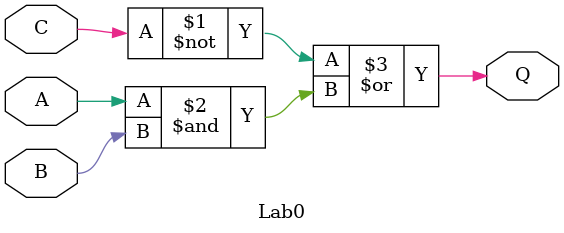
<source format=sv>
`timescale 1ns / 1ps


module Lab0(
    input A,
    input B,
    input C,
    output Q
    );
    
    assign Q = ~C | (A&B);
    
endmodule

</source>
